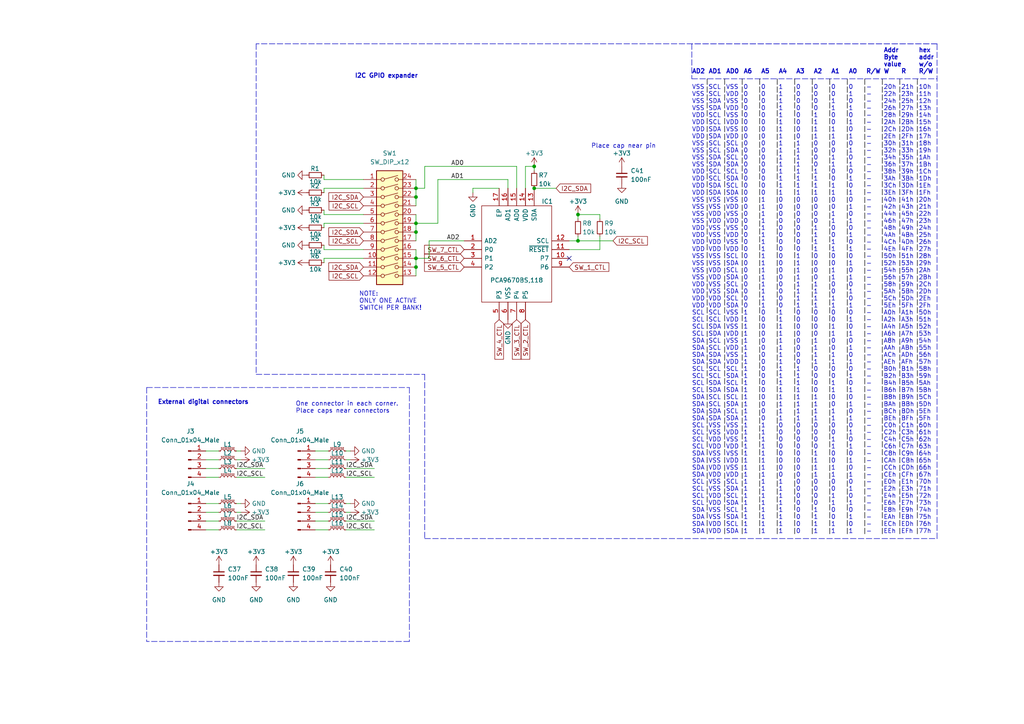
<source format=kicad_sch>
(kicad_sch (version 20211123) (generator eeschema)
  (paper "A4")
  (lib_symbols
    (symbol "Connector:Conn_01x04_Male" (pin_names (offset 1.016) hide)
      (property "Reference" "J" (at 0 5.08 0))
      (property "Value" "Conn_01x04_Male" (at 0 -7.62 0))
      (symbol "Conn_01x04_Male_1_1"
        (polyline (pts (xy 1.27 -5.08) (xy 0.8636 -5.08)) (stroke (width 0.1524)))
        (polyline (pts (xy 1.27 -2.54) (xy 0.8636 -2.54)) (stroke (width 0.1524)))
        (polyline (pts (xy 1.27 0) (xy 0.8636 0)) (stroke (width 0.1524)))
        (polyline (pts (xy 1.27 2.54) (xy 0.8636 2.54)) (stroke (width 0.1524)))
        (rectangle (start 0.8636 -4.953) (end 0 -5.207) (stroke (width 0.1524)) (fill (type outline)))
        (rectangle (start 0.8636 -2.413) (end 0 -2.667) (stroke (width 0.1524)) (fill (type outline)))
        (rectangle (start 0.8636 0.127) (end 0 -0.127) (stroke (width 0.1524)) (fill (type outline)))
        (rectangle (start 0.8636 2.667) (end 0 2.413) (stroke (width 0.1524)) (fill (type outline)))
        (pin passive line (at 5.08 2.54 180) (length 3.81) (name "Pin_1") (number "1"))
        (pin passive line (at 5.08 0 180) (length 3.81) (name "Pin_2") (number "2"))
        (pin passive line (at 5.08 -2.54 180) (length 3.81) (name "Pin_3") (number "3"))
        (pin passive line (at 5.08 -5.08 180) (length 3.81) (name "Pin_4") (number "4"))
      )
    )
    (symbol "Device:C_Small" (pin_numbers hide) (pin_names (offset 0.254) hide)
      (property "Reference" "C" (at 0.254 1.778 0))
      (property "Value" "C_Small" (at 0.254 -2.032 0))
      (symbol "C_Small_0_1"
        (polyline (pts (xy -1.524 -0.508) (xy 1.524 -0.508)) (stroke (width 0.3302)))
        (polyline (pts (xy -1.524 0.508) (xy 1.524 0.508)) (stroke (width 0.3048)))
      )
      (symbol "C_Small_1_1"
        (pin passive line (at 0 2.54 270) (length 2.032) (name "~") (number "1"))
        (pin passive line (at 0 -2.54 90) (length 2.032) (name "~") (number "2"))
      )
    )
    (symbol "Device:L_Ferrite_Small" (pin_numbers hide) (pin_names (offset 0.254) hide)
      (property "Reference" "L" (at 1.27 1.016 0))
      (property "Value" "L_Ferrite_Small" (at 1.27 -1.27 0))
      (symbol "L_Ferrite_Small_0_1"
        (arc (start 0 -2.032) (mid 0.508 -1.524) (end 0 -1.016))
        (arc (start 0 -1.016) (mid 0.508 -0.508) (end 0 0))
        (polyline (pts (xy 0.762 -1.905) (xy 0.762 -1.651)))
        (polyline (pts (xy 0.762 -1.397) (xy 0.762 -1.143)))
        (polyline (pts (xy 0.762 -0.889) (xy 0.762 -0.635)))
        (polyline (pts (xy 0.762 -0.381) (xy 0.762 -0.127)))
        (polyline (pts (xy 0.762 0.127) (xy 0.762 0.381)))
        (polyline (pts (xy 0.762 0.635) (xy 0.762 0.889)))
        (polyline (pts (xy 0.762 1.143) (xy 0.762 1.397)))
        (polyline (pts (xy 0.762 1.651) (xy 0.762 1.905)))
        (polyline (pts (xy 1.016 -1.651) (xy 1.016 -1.905)))
        (polyline (pts (xy 1.016 -1.143) (xy 1.016 -1.397)))
        (polyline (pts (xy 1.016 -0.635) (xy 1.016 -0.889)))
        (polyline (pts (xy 1.016 -0.127) (xy 1.016 -0.381)))
        (polyline (pts (xy 1.016 0.381) (xy 1.016 0.127)))
        (polyline (pts (xy 1.016 0.889) (xy 1.016 0.635)))
        (polyline (pts (xy 1.016 1.397) (xy 1.016 1.143)))
        (polyline (pts (xy 1.016 1.905) (xy 1.016 1.651)))
        (arc (start 0 0) (mid 0.508 0.508) (end 0 1.016))
        (arc (start 0 1.016) (mid 0.508 1.524) (end 0 2.032))
      )
      (symbol "L_Ferrite_Small_1_1"
        (pin passive line (at 0 2.54 270) (length 0.508) (name "~") (number "1"))
        (pin passive line (at 0 -2.54 90) (length 0.508) (name "~") (number "2"))
      )
    )
    (symbol "Device:R_Small" (pin_numbers hide) (pin_names (offset 0.254) hide)
      (property "Reference" "R" (at 0.762 0.508 0))
      (property "Value" "R_Small" (at 0.762 -1.016 0))
      (symbol "R_Small_0_1"
        (rectangle (start -0.762 1.778) (end 0.762 -1.778) (stroke (width 0.2032)))
      )
      (symbol "R_Small_1_1"
        (pin passive line (at 0 2.54 270) (length 0.762) (name "~") (number "1"))
        (pin passive line (at 0 -2.54 90) (length 0.762) (name "~") (number "2"))
      )
    )
    (symbol "SamacSys_Parts:PCA9670BS,118" (pin_names (offset 0.762))
      (property "Reference" "IC" (at 26.67 15.24 0))
      (property "Value" "PCA9670BS,118" (at 26.67 12.7 0))
      (symbol "PCA9670BS,118_0_0"
        (pin passive line (at 0 0 0) (length 5.08) (name "AD2") (number "1"))
        (pin passive line (at 30.48 -5.08 180) (length 5.08) (name "P7") (number "10"))
        (pin passive line (at 30.48 -2.54 180) (length 5.08) (name "~{RESET}") (number "11"))
        (pin passive line (at 30.48 0 180) (length 5.08) (name "SCL") (number "12"))
        (pin passive line (at 20.32 15.24 270) (length 5.08) (name "SDA") (number "13"))
        (pin passive line (at 17.78 15.24 270) (length 5.08) (name "VDD") (number "14"))
        (pin passive line (at 15.24 15.24 270) (length 5.08) (name "AD0") (number "15"))
        (pin passive line (at 12.7 15.24 270) (length 5.08) (name "AD1") (number "16"))
        (pin passive line (at 10.16 15.24 270) (length 5.08) (name "EP") (number "17"))
        (pin passive line (at 0 -2.54 0) (length 5.08) (name "P0") (number "2"))
        (pin passive line (at 0 -5.08 0) (length 5.08) (name "P1") (number "3"))
        (pin passive line (at 0 -7.62 0) (length 5.08) (name "P2") (number "4"))
        (pin passive line (at 10.16 -22.86 90) (length 5.08) (name "P3") (number "5"))
        (pin passive line (at 12.7 -22.86 90) (length 5.08) (name "VSS") (number "6"))
        (pin passive line (at 15.24 -22.86 90) (length 5.08) (name "P4") (number "7"))
        (pin passive line (at 17.78 -22.86 90) (length 5.08) (name "P5") (number "8"))
        (pin passive line (at 30.48 -7.62 180) (length 5.08) (name "P6") (number "9"))
      )
      (symbol "PCA9670BS,118_0_1"
        (polyline (pts (xy 5.08 10.16) (xy 25.4 10.16) (xy 25.4 -17.78) (xy 5.08 -17.78) (xy 5.08 10.16)) (stroke (width 0.1524)))
      )
    )
    (symbol "Switch:SW_DIP_x12" (pin_names (offset 0) hide)
      (property "Reference" "SW" (at 0 19.05 0))
      (property "Value" "SW_DIP_x12" (at 0 -16.51 0))
      (symbol "SW_DIP_x12_0_0"
        (circle (center -2.032 -12.7) (radius 0.508))
        (circle (center -2.032 -10.16) (radius 0.508))
        (circle (center -2.032 -7.62) (radius 0.508))
        (circle (center -2.032 -5.08) (radius 0.508))
        (circle (center -2.032 -2.54) (radius 0.508))
        (circle (center -2.032 0) (radius 0.508))
        (circle (center -2.032 2.54) (radius 0.508))
        (circle (center -2.032 5.08) (radius 0.508))
        (circle (center -2.032 7.62) (radius 0.508))
        (circle (center -2.032 10.16) (radius 0.508))
        (circle (center -2.032 12.7) (radius 0.508))
        (circle (center -2.032 15.24) (radius 0.508))
        (polyline (pts (xy -1.524 -12.5476) (xy 2.3622 -11.5062)))
        (polyline (pts (xy -1.524 -10.0076) (xy 2.3622 -8.9662)))
        (polyline (pts (xy -1.524 -7.4676) (xy 2.3622 -6.4262)))
        (polyline (pts (xy -1.524 -4.9276) (xy 2.3622 -3.8862)))
        (polyline (pts (xy -1.524 -2.3876) (xy 2.3622 -1.3462)))
        (polyline (pts (xy -1.524 0.127) (xy 2.3622 1.1684)))
        (polyline (pts (xy -1.524 2.667) (xy 2.3622 3.7084)))
        (polyline (pts (xy -1.524 5.207) (xy 2.3622 6.2484)))
        (polyline (pts (xy -1.524 7.747) (xy 2.3622 8.7884)))
        (polyline (pts (xy -1.524 10.287) (xy 2.3622 11.3284)))
        (polyline (pts (xy -1.524 12.827) (xy 2.3622 13.8684)))
        (polyline (pts (xy -1.524 15.367) (xy 2.3622 16.4084)))
        (circle (center 2.032 -12.7) (radius 0.508))
        (circle (center 2.032 -10.16) (radius 0.508))
        (circle (center 2.032 -7.62) (radius 0.508))
        (circle (center 2.032 -5.08) (radius 0.508))
        (circle (center 2.032 -2.54) (radius 0.508))
        (circle (center 2.032 0) (radius 0.508))
        (circle (center 2.032 2.54) (radius 0.508))
        (circle (center 2.032 5.08) (radius 0.508))
        (circle (center 2.032 7.62) (radius 0.508))
        (circle (center 2.032 10.16) (radius 0.508))
        (circle (center 2.032 12.7) (radius 0.508))
        (circle (center 2.032 15.24) (radius 0.508))
      )
      (symbol "SW_DIP_x12_0_1"
        (rectangle (start -3.81 17.78) (end 3.81 -15.24) (stroke (width 0.254)) (fill (type background)))
      )
      (symbol "SW_DIP_x12_1_1"
        (pin passive line (at -7.62 15.24 0) (length 5.08) (name "~") (number "1"))
        (pin passive line (at -7.62 -7.62 0) (length 5.08) (name "~") (number "10"))
        (pin passive line (at -7.62 -10.16 0) (length 5.08) (name "~") (number "11"))
        (pin passive line (at -7.62 -12.7 0) (length 5.08) (name "~") (number "12"))
        (pin passive line (at 7.62 -12.7 180) (length 5.08) (name "~") (number "13"))
        (pin passive line (at 7.62 -10.16 180) (length 5.08) (name "~") (number "14"))
        (pin passive line (at 7.62 -7.62 180) (length 5.08) (name "~") (number "15"))
        (pin passive line (at 7.62 -5.08 180) (length 5.08) (name "~") (number "16"))
        (pin passive line (at 7.62 -2.54 180) (length 5.08) (name "~") (number "17"))
        (pin passive line (at 7.62 0 180) (length 5.08) (name "~") (number "18"))
        (pin passive line (at 7.62 2.54 180) (length 5.08) (name "~") (number "19"))
        (pin passive line (at -7.62 12.7 0) (length 5.08) (name "~") (number "2"))
        (pin passive line (at 7.62 5.08 180) (length 5.08) (name "~") (number "20"))
        (pin passive line (at 7.62 7.62 180) (length 5.08) (name "~") (number "21"))
        (pin passive line (at 7.62 10.16 180) (length 5.08) (name "~") (number "22"))
        (pin passive line (at 7.62 12.7 180) (length 5.08) (name "~") (number "23"))
        (pin passive line (at 7.62 15.24 180) (length 5.08) (name "~") (number "24"))
        (pin passive line (at -7.62 10.16 0) (length 5.08) (name "~") (number "3"))
        (pin passive line (at -7.62 7.62 0) (length 5.08) (name "~") (number "4"))
        (pin passive line (at -7.62 5.08 0) (length 5.08) (name "~") (number "5"))
        (pin passive line (at -7.62 2.54 0) (length 5.08) (name "~") (number "6"))
        (pin passive line (at -7.62 0 0) (length 5.08) (name "~") (number "7"))
        (pin passive line (at -7.62 -2.54 0) (length 5.08) (name "~") (number "8"))
        (pin passive line (at -7.62 -5.08 0) (length 5.08) (name "~") (number "9"))
      )
    )
    (symbol "power:+3V3" (power) (pin_names (offset 0))
      (property "Value" "+3V3" (at 0 3.556 0))
      (symbol "+3V3_0_1"
        (polyline (pts (xy -0.762 1.27) (xy 0 2.54)))
        (polyline (pts (xy 0 0) (xy 0 2.54)))
        (polyline (pts (xy 0 2.54) (xy 0.762 1.27)))
      )
      (symbol "+3V3_1_1"
        (pin power_in line (at 0 0 90) (length 0) hide (name "+3V3") (number "1"))
      )
    )
    (symbol "power:GND" (power) (pin_names (offset 0))
      (property "Value" "GND" (at 0 -3.81 0))
      (symbol "GND_0_1"
        (polyline (pts (xy 0 0) (xy 0 -1.27) (xy 1.27 -1.27) (xy 0 -2.54) (xy -1.27 -1.27) (xy 0 -1.27)))
      )
      (symbol "GND_1_1"
        (pin power_in line (at 0 0 270) (length 0) hide (name "GND") (number "1"))
      )
    )
  )
  (junction (at 167.64 69.85))
  (junction (at 120.65 77.47))
  (junction (at 120.65 64.77))
  (junction (at 167.64 62.23))
  (junction (at 120.65 57.15))
  (junction (at 120.65 74.93))
  (junction (at 120.65 67.31))
  (junction (at 154.94 48.26))
  (junction (at 154.94 54.61))
  (junction (at 120.65 54.61))
  (no_connect (at 165.1 74.93))
  (wire (pts (xy 124.46 74.93) (xy 120.65 74.93)))
  (wire (pts (xy 167.64 69.85) (xy 167.64 68.58)))
  (wire (pts (xy 93.98 64.77) (xy 93.98 66.04)))
  (wire (pts (xy 134.62 69.85) (xy 124.46 69.85)))
  (polyline (pts (xy 74.295 108.585) (xy 123.19 108.585)))
  (polyline (pts (xy 255.905 22.86) (xy 255.905 154.94)) (stroke (width 0) (color 0 0 0 1)))
  (wire (pts (xy 101.6 146.05) (xy 100.33 146.05)))
  (wire (pts (xy 120.65 74.93) (xy 120.65 77.47)))
  (polyline (pts (xy 266.065 22.86) (xy 266.065 154.94)) (stroke (width 0) (color 0 0 0 1)))
  (polyline (pts (xy 271.78 156.21) (xy 271.78 12.7)))
  (wire (pts (xy 120.65 64.77) (xy 120.65 67.31)))
  (polyline (pts (xy 42.545 112.395) (xy 118.745 112.395)))
  (wire (pts (xy 167.64 62.23) (xy 167.64 63.5)))
  (wire (pts (xy 147.32 54.61) (xy 147.32 52.07)))
  (wire (pts (xy 101.6 148.59) (xy 100.33 148.59)))
  (wire (pts (xy 137.16 54.61) (xy 144.78 54.61)))
  (wire (pts (xy 93.98 52.07) (xy 105.41 52.07)))
  (wire (pts (xy 154.94 54.61) (xy 161.29 54.61)))
  (wire (pts (xy 69.85 146.05) (xy 68.58 146.05)))
  (polyline (pts (xy 200.66 22.86) (xy 271.78 22.86)))
  (polyline (pts (xy 235.585 22.86) (xy 235.585 154.94)) (stroke (width 0) (color 0 0 0 1)))
  (wire (pts (xy 93.98 74.93) (xy 93.98 76.2)))
  (polyline (pts (xy 205.105 22.86) (xy 205.105 154.94)) (stroke (width 0) (color 0 0 0 1)))
  (polyline (pts (xy 118.745 186.055) (xy 42.545 186.055)))
  (wire (pts (xy 63.5 151.13) (xy 59.69 151.13)))
  (polyline (pts (xy 271.78 12.7) (xy 200.66 12.7)))
  (polyline (pts (xy 250.825 22.86) (xy 250.825 154.94)) (stroke (width 0) (color 0 0 0 1)))
  (wire (pts (xy 93.98 60.96) (xy 93.98 62.23)))
  (wire (pts (xy 95.25 133.35) (xy 91.44 133.35)))
  (wire (pts (xy 68.58 151.13) (xy 76.835 151.13)))
  (wire (pts (xy 137.16 55.88) (xy 137.16 54.61)))
  (wire (pts (xy 120.65 54.61) (xy 120.65 57.15)))
  (wire (pts (xy 68.58 138.43) (xy 76.835 138.43)))
  (wire (pts (xy 63.5 135.89) (xy 59.69 135.89)))
  (wire (pts (xy 120.65 77.47) (xy 120.65 80.01)))
  (polyline (pts (xy 74.295 12.7) (xy 74.295 108.585)))
  (wire (pts (xy 165.1 69.85) (xy 167.64 69.85)))
  (polyline (pts (xy 271.78 12.7) (xy 74.295 12.7)))
  (wire (pts (xy 69.85 130.81) (xy 68.58 130.81)))
  (wire (pts (xy 63.5 146.05) (xy 59.69 146.05)))
  (wire (pts (xy 124.46 69.85) (xy 124.46 74.93)))
  (wire (pts (xy 120.65 67.31) (xy 120.65 69.85)))
  (wire (pts (xy 127 64.77) (xy 120.65 64.77)))
  (wire (pts (xy 95.25 148.59) (xy 91.44 148.59)))
  (wire (pts (xy 167.64 62.23) (xy 173.99 62.23)))
  (wire (pts (xy 95.25 138.43) (xy 91.44 138.43)))
  (polyline (pts (xy 225.425 22.86) (xy 225.425 154.94)) (stroke (width 0) (color 0 0 0 1)))
  (wire (pts (xy 63.5 133.35) (xy 59.69 133.35)))
  (polyline (pts (xy 245.745 22.86) (xy 245.745 154.94)) (stroke (width 0) (color 0 0 0 1)))
  (polyline (pts (xy 200.66 12.7) (xy 200.66 22.86)))
  (wire (pts (xy 173.99 72.39) (xy 173.99 68.58)))
  (wire (pts (xy 154.94 48.26) (xy 154.94 49.53)))
  (wire (pts (xy 93.98 50.8) (xy 93.98 52.07)))
  (wire (pts (xy 69.85 133.35) (xy 68.58 133.35)))
  (polyline (pts (xy 240.665 22.86) (xy 240.665 154.94)) (stroke (width 0) (color 0 0 0 1)))
  (wire (pts (xy 95.25 135.89) (xy 91.44 135.89)))
  (wire (pts (xy 173.99 62.23) (xy 173.99 63.5)))
  (wire (pts (xy 101.6 133.35) (xy 100.33 133.35)))
  (wire (pts (xy 120.65 52.07) (xy 120.65 54.61)))
  (wire (pts (xy 93.98 71.12) (xy 93.98 72.39)))
  (wire (pts (xy 63.5 138.43) (xy 59.69 138.43)))
  (wire (pts (xy 165.1 72.39) (xy 173.99 72.39)))
  (wire (pts (xy 95.25 151.13) (xy 91.44 151.13)))
  (polyline (pts (xy 210.185 22.86) (xy 210.185 154.94)) (stroke (width 0) (color 0 0 0 1)))
  (polyline (pts (xy 220.345 22.86) (xy 220.345 154.94)) (stroke (width 0) (color 0 0 0 1)))
  (wire (pts (xy 120.65 57.15) (xy 120.65 59.69)))
  (polyline (pts (xy 215.265 22.86) (xy 215.265 154.94)) (stroke (width 0) (color 0 0 0 1)))
  (wire (pts (xy 154.94 48.26) (xy 152.4 48.26)))
  (wire (pts (xy 100.33 135.89) (xy 108.585 135.89)))
  (wire (pts (xy 123.19 54.61) (xy 120.65 54.61)))
  (wire (pts (xy 147.32 52.07) (xy 127 52.07)))
  (wire (pts (xy 63.5 153.67) (xy 59.69 153.67)))
  (wire (pts (xy 120.65 72.39) (xy 120.65 74.93)))
  (wire (pts (xy 149.86 54.61) (xy 149.86 48.26)))
  (polyline (pts (xy 230.505 22.86) (xy 230.505 154.94)) (stroke (width 0) (color 0 0 0 1)))
  (wire (pts (xy 68.58 153.67) (xy 76.835 153.67)))
  (polyline (pts (xy 118.745 112.395) (xy 118.745 186.055)))
  (polyline (pts (xy 123.19 108.585) (xy 123.19 156.21)))
  (polyline (pts (xy 42.545 112.395) (xy 42.545 186.055)))
  (wire (pts (xy 100.33 151.13) (xy 108.585 151.13)))
  (polyline (pts (xy 260.985 22.86) (xy 260.985 154.94)) (stroke (width 0) (color 0 0 0 1)))
  (wire (pts (xy 123.19 48.26) (xy 123.19 54.61)))
  (wire (pts (xy 93.98 54.61) (xy 93.98 55.88)))
  (wire (pts (xy 105.41 54.61) (xy 93.98 54.61)))
  (wire (pts (xy 149.86 48.26) (xy 123.19 48.26)))
  (wire (pts (xy 100.33 153.67) (xy 108.585 153.67)))
  (wire (pts (xy 68.58 135.89) (xy 76.835 135.89)))
  (wire (pts (xy 69.85 148.59) (xy 68.58 148.59)))
  (wire (pts (xy 95.25 153.67) (xy 91.44 153.67)))
  (wire (pts (xy 167.64 69.85) (xy 177.8 69.85)))
  (wire (pts (xy 93.98 62.23) (xy 105.41 62.23)))
  (wire (pts (xy 63.5 130.81) (xy 59.69 130.81)))
  (wire (pts (xy 101.6 130.81) (xy 100.33 130.81)))
  (wire (pts (xy 93.98 72.39) (xy 105.41 72.39)))
  (wire (pts (xy 105.41 74.93) (xy 93.98 74.93)))
  (wire (pts (xy 95.25 146.05) (xy 91.44 146.05)))
  (wire (pts (xy 100.33 138.43) (xy 108.585 138.43)))
  (wire (pts (xy 152.4 48.26) (xy 152.4 54.61)))
  (wire (pts (xy 63.5 148.59) (xy 59.69 148.59)))
  (wire (pts (xy 127 52.07) (xy 127 64.77)))
  (wire (pts (xy 120.65 62.23) (xy 120.65 64.77)))
  (wire (pts (xy 105.41 64.77) (xy 93.98 64.77)))
  (polyline (pts (xy 123.19 156.21) (xy 271.78 156.21)))
  (wire (pts (xy 95.25 130.81) (xy 91.44 130.81)))
  (text "NOTE:\nONLY ONE ACTIVE \nSWITCH PER BANK!" (at 104.14 90.17 0) (effects (font (size 1.27 1.27)) (justify left bottom)))
  (text "I2C GPIO expander" (at 102.87 22.86 0) (effects (font (size 1.27 1.27) (thickness 0.254) bold) (justify left bottom)))
  (text "One connector in each corner. \nPlace caps near connectors" (at 85.725 120.015 0) (effects (font (size 1.27 1.27)) (justify left bottom)))
  (text "											Addr	hex\n											Byte 	addr\n											value	w/o\nAD2	AD1	AD0	A6	A5	A4	A3	A2	A1	A0	R/W	W	R	R/W" (at 200.66 21.59 0) (effects (font (size 1.27 1.27) (thickness 0.254) bold) (justify left bottom)))
  (text "VSS	SCL	VSS	0	0	1	0	0	0	0	-	20h	21h	10h\nVSS	SCL	VDD	0	0	1	0	0	0	1	-	22h	23h	11h\nVSS	SDA	VSS	0	0	1	0	0	1	0	-	24h	25h	12h\nVSS	SDA	VDD	0	0	1	0	0	1	1	-	26h	27h	13h\nVDD	SCL	VSS	0	0	1	0	1	0	0	-	28h	29h	14h\nVDD	SCL	VDD	0	0	1	0	1	0	1	-	2Ah	2Bh	15h\nVDD	SDA	VSS	0	0	1	0	1	1	0	-	2Ch	2Dh	16h\nVDD	SDA	VDD	0	0	1	0	1	1	1	-	2Eh	2Fh	17h\nVSS	SCL	SCL	0	0	1	1	0	0	0	-	30h	31h	18h\nVSS	SCL	SDA	0	0	1	1	0	0	1	-	32h	33h	19h\nVSS	SDA	SCL	0	0	1	1	0	1	0	-	34h	35h	1Ah\nVSS	SDA	SDA	0	0	1	1	0	1	1	-	36h	37h	1Bh\nVDD	SCL	SCL	0	0	1	1	1	0	0	-	38h	39h	1Ch\nVDD	SCL	SDA	0	0	1	1	1	0	1	-	3Ah	3Bh	1Dh\nVDD	SDA	SCL	0	0	1	1	1	1	0	-	3Ch	3Dh	1Eh\nVDD	SDA	SDA	0	0	1	1	1	1	1	-	3Eh	3Fh	1Fh\nVSS	VSS	VSS	0	1	0	0	0	0	0	-	40h	41h	20h\nVSS	VSS	VDD	0	1	0	0	0	0	1	-	42h	43h	21h\nVSS	VDD	VSS	0	1	0	0	0	1	0	-	44h	45h	22h\nVSS	VDD	VDD	0	1	0	0	0	1	1	-	46h	47h	23h\nVDD	VSS	VSS	0	1	0	0	1	0	0	-	48h	49h	24h\nVDD	VSS	VDD	0	1	0	0	1	0	1	-	4Ah	4Bh	25h\nVDD	VDD	VSS	0	1	0	0	1	1	0	-	4Ch	4Dh	26h\nVDD	VDD	VDD	0	1	0	0	1	1	1	-	4Eh	4Fh	27h\nVSS	VSS	SCL	0	1	0	1	0	0	0	-	50h	51h	28h\nVSS	VSS	SDA	0	1	0	1	0	0	1	-	52h	53h	29h\nVSS	VDD	SCL	0	1	0	1	0	1	0	-	54h	55h	2Ah\nVSS	VDD	SDA	0	1	0	1	0	1	1	-	56h	57h	2Bh\nVDD	VSS	SCL	0	1	0	1	1	0	0	-	58h	59h	2Ch\nVDD	VSS	SDA	0	1	0	1	1	0	1	-	5Ah	5Bh	2Dh\nVDD	VDD	SCL	0	1	0	1	1	1	0	-	5Ch	5Dh	2Eh\nVDD	VDD	SDA	0	1	0	1	1	1	1	-	5Eh	5Fh	2Fh\nSCL	SCL	VSS	1	0	1	0	0	0	0	-	A0h	A1h	50h\nSCL	SCL	VDD	1	0	1	0	0	0	1	-	A2h	A3h	51h\nSCL	SDA	VSS	1	0	1	0	0	1	0	-	A4h	A5h	52h\nSCL	SDA	VDD	1	0	1	0	0	1	1	-	A6h	A7h	53h\nSDA	SCL	VSS	1	0	1	0	1	0	0	-	A8h	A9h	54h\nSDA	SCL	VDD	1	0	1	0	1	0	1	-	AAh	ABh	55h\nSDA	SDA	VSS	1	0	1	0	1	1	0	-	ACh	ADh	56h\nSDA	SDA	VDD	1	0	1	0	1	1	1	-	AEh	AFh	57h\nSCL	SCL	SCL	1	0	1	1	0	0	0	-	B0h	B1h	58h\nSCL	SCL	SDA	1	0	1	1	0	0	1	-	B2h	B3h	59h\nSCL	SDA	SCL	1	0	1	1	0	1	0	-	B4h	B5h	5Ah\nSCL	SDA	SDA	1	0	1	1	0	1	1	-	B6h	B7h	5Bh\nSDA	SCL	SCL	1	0	1	1	1	0	0	-	B8h	B9h	5Ch\nSDA	SCL	SDA	1	0	1	1	1	0	1	-	BAh	BBh	5Dh\nSDA	SDA	SCL	1	0	1	1	1	1	0	-	BCh	BDh	5Eh\nSDA	SDA	SDA	1	0	1	1	1	1	1	-	BEh	BFh	5Fh\nSCL	VSS	VSS	1	1	0	0	0	0	0	-	C0h	C1h	60h\nSCL	VSS	VDD	1	1	0	0	0	0	1	-	C2h	C3h	61h\nSCL	VDD	VSS	1	1	0	0	0	1	0	-	C4h	C5h	62h\nSCL	VDD	VDD	1	1	0	0	0	1	1	-	C6h	C7h	63h\nSDA	VSS	VSS	1	1	0	0	1	0	0	-	C8h	C9h	64h\nSDA	VSS	VDD	1	1	0	0	1	0	1	-	CAh	CBh	65h\nSDA	VDD	VSS	1	1	0	0	1	1	0	-	CCh	CDh	66h\nSDA	VDD	VDD	1	1	0	0	1	1	1	-	CEh	CFh	67h\nSCL	VSS	SCL	1	1	1	0	0	0	0	-	E0h	E1h	70h\nSCL	VSS	SDA	1	1	1	0	0	0	1	-	E2h	E3h	71h\nSCL	VDD	SCL	1	1	1	0	0	1	0	-	E4h	E5h	72h\nSCL	VDD	SDA	1	1	1	0	0	1	1	-	E6h	E7h	73h\nSDA	VSS	SCL	1	1	1	0	1	0	0	-	E8h	E9h	74h\nSDA	VSS	SDA	1	1	1	0	1	0	1	-	EAh	EBh	75h\nSDA	VDD	SCL	1	1	1	0	1	1	0	-	ECh	EDh	76h\nSDA	VDD	SDA	1	1	1	0	1	1	1	-	EEh	EFh	77h" (at 200.66 154.94 0) (effects (font (size 1.27 1.27)) (justify left bottom)))
  (text "Place cap near pin" (at 171.45 43.18 0) (effects (font (size 1.27 1.27)) (justify left bottom)))
  (text "External digital connectors" (at 45.72 117.475 0) (effects (font (size 1.27 1.27) bold) (justify left bottom)))
  (label "AD1" (at 130.81 52.07 0))
  (label "I2C_SDA" (at 68.58 135.89 0))
  (label "I2C_SCL" (at 68.58 153.67 0))
  (label "I2C_SCL" (at 68.58 138.43 0))
  (label "I2C_SDA" (at 100.33 135.89 0))
  (label "I2C_SCL" (at 100.33 153.67 0))
  (label "AD0" (at 130.81 48.26 0))
  (label "AD2" (at 129.54 69.85 0))
  (label "I2C_SDA" (at 100.33 151.13 0))
  (label "I2C_SDA" (at 68.58 151.13 0))
  (label "I2C_SCL" (at 100.33 138.43 0))
  (global_label "I2C_SDA" (shape input) (at 105.41 77.47 180) (property "Intersheet References" "${INTERSHEET_REFS}" (effects hide)))
  (global_label "I2C_SCL" (shape input) (at 105.41 59.69 180) (property "Intersheet References" "${INTERSHEET_REFS}" (effects hide)))
  (global_label "SW_4_CTL" (shape input) (at 144.78 92.71 270) (property "Intersheet References" "${INTERSHEET_REFS}" (effects hide)))
  (global_label "SW_1_CTL" (shape input) (at 165.1 77.47 0) (property "Intersheet References" "${INTERSHEET_REFS}" (effects hide)))
  (global_label "SW_6_CTL" (shape input) (at 134.62 74.93 180) (property "Intersheet References" "${INTERSHEET_REFS}" (effects hide)))
  (global_label "I2C_SCL" (shape input) (at 105.41 69.85 180) (property "Intersheet References" "${INTERSHEET_REFS}" (effects hide)))
  (global_label "SW_7_CTL" (shape input) (at 134.62 72.39 180) (property "Intersheet References" "${INTERSHEET_REFS}" (effects hide)))
  (global_label "I2C_SCL" (shape input) (at 105.41 80.01 180) (property "Intersheet References" "${INTERSHEET_REFS}" (effects hide)))
  (global_label "I2C_SDA" (shape input) (at 105.41 57.15 180) (property "Intersheet References" "${INTERSHEET_REFS}" (effects hide)))
  (global_label "I2C_SCL" (shape input) (at 177.8 69.85 0) (property "Intersheet References" "${INTERSHEET_REFS}" (effects hide)))
  (global_label "I2C_SDA" (shape input) (at 105.41 67.31 180) (property "Intersheet References" "${INTERSHEET_REFS}" (effects hide)))
  (global_label "SW_2_CTL" (shape input) (at 152.4 92.71 270) (property "Intersheet References" "${INTERSHEET_REFS}" (effects hide)))
  (global_label "I2C_SDA" (shape input) (at 161.29 54.61 0) (property "Intersheet References" "${INTERSHEET_REFS}" (effects hide)))
  (global_label "SW_3_CTL" (shape input) (at 149.86 92.71 270) (property "Intersheet References" "${INTERSHEET_REFS}" (effects hide)))
  (global_label "SW_5_CTL" (shape input) (at 134.62 77.47 180) (property "Intersheet References" "${INTERSHEET_REFS}" (effects hide)))
  (symbol (lib_id "Device:L_Ferrite_Small") (at 97.79 148.59 90) (unit 1)
    (property "Reference" "L14" (at 97.79 146.685 90))
    (property "Value" "36541E3N9JTDG" (effects hide))
    (property "Footprint" "Inductor_SMD:L_0402_1005Metric" (effects hide))
  )
  (symbol (lib_id "Connector:Conn_01x04_Male") (at 54.61 133.35 0) (unit 1)
    (property "Reference" "J3" (at 55.245 125.095 0))
    (property "Value" "Conn_01x04_Male" (at 55.245 127.635 0))
    (property "Footprint" "Connector_PinHeader_2.54mm:PinHeader_1x04_P2.54mm_Vertical" (effects hide))
  )
  (symbol (lib_id "power:GND") (at 180.34 53.34 0) (unit 1)
    (property "Reference" "#PWR0165" (effects hide))
    (property "Value" "GND" (at 180.34 58.42 0))
  )
  (symbol (lib_id "Device:L_Ferrite_Small") (at 66.04 138.43 90) (unit 1)
    (property "Reference" "L4" (at 66.04 136.525 90))
    (property "Value" "36541E3N9JTDG" (effects hide))
    (property "Footprint" "Inductor_SMD:L_0402_1005Metric" (effects hide))
  )
  (symbol (lib_id "SamacSys_Parts:PCA9670BS,118") (at 134.62 69.85 0) (unit 1)
    (property "Reference" "IC1" (at 158.75 58.42 0))
    (property "Value" "PCA9670BS,118" (at 149.86 81.28 0))
    (property "Footprint" "QFN50P300X300X100-17N-D" (effects hide))
    (property "Datasheet" "http://www.nxp.com/docs/en/data-sheet/PCA9670.pdf" (effects hide))
    (property "Description" "Interface - I/O Expanders REMOTE 8-BIT GPIO" (effects hide))
    (property "Height" "1" (effects hide))
    (property "Mouser Part Number" "771-PCA9670BS118" (effects hide))
    (property "Mouser Price/Stock" "https://www.mouser.co.uk/ProductDetail/NXP-Semiconductors/PCA9670BS118?qs=LOCUfHb8d9vyec%2F1PtVhAw%3D%3D" (effects hide))
    (property "Manufacturer_Name" "NXP" (effects hide))
    (property "Manufacturer_Part_Number" "PCA9670BS,118" (effects hide))
  )
  (symbol (lib_id "Connector:Conn_01x04_Male") (at 86.36 148.59 0) (unit 1)
    (property "Reference" "J6" (at 86.995 140.335 0))
    (property "Value" "Conn_01x04_Male" (at 86.995 142.875 0))
    (property "Footprint" "Connector_PinHeader_2.54mm:PinHeader_1x04_P2.54mm_Vertical" (effects hide))
  )
  (symbol (lib_id "power:GND") (at 69.85 146.05 90) (unit 1)
    (property "Reference" "#PWR0139" (effects hide))
    (property "Value" "GND" (at 73.025 146.05 90) (effects (justify right)))
  )
  (symbol (lib_id "Device:L_Ferrite_Small") (at 97.79 130.81 90) (unit 1)
    (property "Reference" "L9" (at 97.79 128.905 90))
    (property "Value" "36541E3N9JTDG" (effects hide))
    (property "Footprint" "Inductor_SMD:L_0402_1005Metric" (effects hide))
  )
  (symbol (lib_id "power:+3V3") (at 154.94 48.26 0) (unit 1)
    (property "Reference" "#PWR0142" (effects hide))
    (property "Value" "+3V3" (at 154.94 44.45 0))
  )
  (symbol (lib_id "power:GND") (at 147.32 92.71 0) (unit 1)
    (property "Reference" "#PWR0154" (effects hide))
    (property "Value" "GND" (at 147.32 95.885 90) (effects (justify right)))
  )
  (symbol (lib_id "power:+3V3") (at 95.885 163.83 0) (unit 1)
    (property "Reference" "#PWR0159" (effects hide))
    (property "Value" "+3V3" (at 95.885 160.02 0))
  )
  (symbol (lib_id "power:GND") (at 101.6 146.05 90) (unit 1)
    (property "Reference" "#PWR0150" (effects hide))
    (property "Value" "GND" (at 104.775 146.05 90) (effects (justify right)))
  )
  (symbol (lib_id "Switch:SW_DIP_x12") (at 113.03 67.31 0) (unit 1)
    (property "Reference" "SW1" (at 113.03 44.45 0))
    (property "Value" "SW_DIP_x12" (at 113.03 46.99 0))
    (property "Footprint" "218-12LPST_footprint:218-12LP_CTS" (effects hide))
  )
  (symbol (lib_id "Device:L_Ferrite_Small") (at 66.04 130.81 90) (unit 1)
    (property "Reference" "L1" (at 66.04 128.905 90))
    (property "Value" "36541E3N9JTDG" (effects hide))
    (property "Footprint" "Inductor_SMD:L_0402_1005Metric" (effects hide))
  )
  (symbol (lib_id "power:+3V3") (at 88.9 66.04 90) (unit 1)
    (property "Reference" "#PWR0144" (effects hide))
    (property "Value" "+3V3" (at 83.185 66.04 90))
  )
  (symbol (lib_id "power:+3V3") (at 85.09 163.83 0) (unit 1)
    (property "Reference" "#PWR0158" (effects hide))
    (property "Value" "+3V3" (at 85.09 160.02 0))
  )
  (symbol (lib_id "power:GND") (at 95.885 168.91 0) (unit 1)
    (property "Reference" "#PWR0160" (effects hide))
    (property "Value" "GND" (at 95.885 173.99 0))
  )
  (symbol (lib_id "Device:C_Small") (at 74.295 166.37 0) (unit 1)
    (property "Reference" "C38" (at 76.835 165.1062 0) (effects (justify left)))
    (property "Value" "100nF" (at 76.835 167.6462 0) (effects (justify left)))
    (property "Footprint" "Capacitor_SMD:C_0402_1005Metric" (effects hide))
  )
  (symbol (lib_id "Device:C_Small") (at 180.34 50.8 0) (unit 1)
    (property "Reference" "C41" (at 182.88 49.5362 0) (effects (justify left)))
    (property "Value" "100nF" (at 182.88 52.0762 0) (effects (justify left)))
    (property "Footprint" "Capacitor_SMD:C_0402_1005Metric" (effects hide))
  )
  (symbol (lib_id "Connector:Conn_01x04_Male") (at 54.61 148.59 0) (unit 1)
    (property "Reference" "J4" (at 55.245 140.335 0))
    (property "Value" "Conn_01x04_Male" (at 55.245 142.875 0))
    (property "Footprint" "Connector_PinHeader_2.54mm:PinHeader_1x04_P2.54mm_Vertical" (effects hide))
  )
  (symbol (lib_id "Device:R_Small") (at 91.44 76.2 90) (unit 1)
    (property "Reference" "R6" (at 92.71 74.295 90) (effects (justify left)))
    (property "Value" "10k" (at 93.345 78.105 90) (effects (justify left)))
    (property "Footprint" "Resistor_SMD:R_0402_1005Metric" (effects hide))
  )
  (symbol (lib_id "Device:L_Ferrite_Small") (at 66.04 153.67 90) (unit 1)
    (property "Reference" "L8" (at 66.04 151.765 90))
    (property "Value" "36541E3N9JTDG" (effects hide))
    (property "Footprint" "Inductor_SMD:L_0402_1005Metric" (effects hide))
  )
  (symbol (lib_id "power:GND") (at 101.6 130.81 90) (unit 1)
    (property "Reference" "#PWR0140" (effects hide))
    (property "Value" "GND" (at 104.775 130.81 90) (effects (justify right)))
  )
  (symbol (lib_id "power:+3V3") (at 74.295 163.83 0) (unit 1)
    (property "Reference" "#PWR0157" (effects hide))
    (property "Value" "+3V3" (at 74.295 160.02 0))
  )
  (symbol (lib_id "power:+3V3") (at 180.34 48.26 0) (unit 1)
    (property "Reference" "#PWR0155" (effects hide))
    (property "Value" "+3V3" (at 180.34 44.45 0))
  )
  (symbol (lib_id "power:GND") (at 137.16 55.88 0) (unit 1)
    (property "Reference" "#PWR0143" (effects hide))
    (property "Value" "GND" (at 137.16 59.055 90) (effects (justify right)))
  )
  (symbol (lib_id "power:GND") (at 85.09 168.91 0) (unit 1)
    (property "Reference" "#PWR0161" (effects hide))
    (property "Value" "GND" (at 85.09 173.99 0))
  )
  (symbol (lib_id "power:+3V3") (at 88.9 55.88 90) (unit 1)
    (property "Reference" "#PWR0148" (effects hide))
    (property "Value" "+3V3" (at 83.185 55.88 90))
  )
  (symbol (lib_id "power:GND") (at 88.9 50.8 270) (unit 1)
    (property "Reference" "#PWR0149" (effects hide))
    (property "Value" "GND" (at 85.725 50.8 90) (effects (justify right)))
  )
  (symbol (lib_id "Device:R_Small") (at 91.44 60.96 90) (unit 1)
    (property "Reference" "R3" (at 92.71 59.055 90) (effects (justify left)))
    (property "Value" "10k" (at 93.345 62.865 90) (effects (justify left)))
    (property "Footprint" "Resistor_SMD:R_0402_1005Metric" (effects hide))
  )
  (symbol (lib_id "Device:L_Ferrite_Small") (at 66.04 135.89 90) (unit 1)
    (property "Reference" "L3" (at 66.04 133.985 90))
    (property "Value" "36541E3N9JTDG" (effects hide))
    (property "Footprint" "Inductor_SMD:L_0402_1005Metric" (effects hide))
  )
  (symbol (lib_id "Device:L_Ferrite_Small") (at 97.79 138.43 90) (unit 1)
    (property "Reference" "L12" (at 97.79 136.525 90))
    (property "Value" "36541E3N9JTDG" (effects hide))
    (property "Footprint" "Inductor_SMD:L_0402_1005Metric" (effects hide))
  )
  (symbol (lib_id "power:GND") (at 88.9 60.96 270) (unit 1)
    (property "Reference" "#PWR0147" (effects hide))
    (property "Value" "GND" (at 85.725 60.96 90) (effects (justify right)))
  )
  (symbol (lib_id "Device:C_Small") (at 85.09 166.37 0) (unit 1)
    (property "Reference" "C39" (at 87.63 165.1062 0) (effects (justify left)))
    (property "Value" "100nF" (at 87.63 167.6462 0) (effects (justify left)))
    (property "Footprint" "Capacitor_SMD:C_0402_1005Metric" (effects hide))
  )
  (symbol (lib_id "Device:R_Small") (at 91.44 66.04 90) (unit 1)
    (property "Reference" "R4" (at 92.71 64.135 90) (effects (justify left)))
    (property "Value" "10k" (at 93.345 67.945 90) (effects (justify left)))
    (property "Footprint" "Resistor_SMD:R_0402_1005Metric" (effects hide))
  )
  (symbol (lib_id "Device:C_Small") (at 95.885 166.37 0) (unit 1)
    (property "Reference" "C40" (at 98.425 165.1062 0) (effects (justify left)))
    (property "Value" "100nF" (at 98.425 167.6462 0) (effects (justify left)))
    (property "Footprint" "Capacitor_SMD:C_0402_1005Metric" (effects hide))
  )
  (symbol (lib_id "Device:L_Ferrite_Small") (at 66.04 151.13 90) (unit 1)
    (property "Reference" "L7" (at 66.04 149.225 90))
    (property "Value" "36541E3N9JTDG" (effects hide))
    (property "Footprint" "Inductor_SMD:L_0402_1005Metric" (effects hide))
  )
  (symbol (lib_id "Device:L_Ferrite_Small") (at 97.79 146.05 90) (unit 1)
    (property "Reference" "L13" (at 97.79 144.145 90))
    (property "Value" "36541E3N9JTDG" (effects hide))
    (property "Footprint" "Inductor_SMD:L_0402_1005Metric" (effects hide))
  )
  (symbol (lib_id "power:GND") (at 88.9 71.12 270) (unit 1)
    (property "Reference" "#PWR0146" (effects hide))
    (property "Value" "GND" (at 85.725 71.12 90) (effects (justify right)))
  )
  (symbol (lib_id "power:+3V3") (at 69.85 133.35 270) (unit 1)
    (property "Reference" "#PWR0152" (effects hide))
    (property "Value" "+3V3" (at 75.565 133.35 90))
  )
  (symbol (lib_id "Device:R_Small") (at 173.99 66.04 0) (unit 1)
    (property "Reference" "R9" (at 175.26 64.77 0) (effects (justify left)))
    (property "Value" "10k" (at 175.26 67.31 0) (effects (justify left)))
    (property "Footprint" "Resistor_SMD:R_0402_1005Metric" (effects hide))
  )
  (symbol (lib_id "Device:L_Ferrite_Small") (at 66.04 148.59 90) (unit 1)
    (property "Reference" "L6" (at 66.04 146.685 90))
    (property "Value" "36541E3N9JTDG" (effects hide))
    (property "Footprint" "Inductor_SMD:L_0402_1005Metric" (effects hide))
  )
  (symbol (lib_id "Device:L_Ferrite_Small") (at 66.04 146.05 90) (unit 1)
    (property "Reference" "L5" (at 66.04 144.145 90))
    (property "Value" "36541E3N9JTDG" (effects hide))
    (property "Footprint" "Inductor_SMD:L_0402_1005Metric" (effects hide))
  )
  (symbol (lib_id "Device:C_Small") (at 63.5 166.37 0) (unit 1)
    (property "Reference" "C37" (at 66.04 165.1062 0) (effects (justify left)))
    (property "Value" "100nF" (at 66.04 167.6462 0) (effects (justify left)))
    (property "Footprint" "Capacitor_SMD:C_0402_1005Metric" (effects hide))
  )
  (symbol (lib_id "Device:R_Small") (at 154.94 52.07 0) (unit 1)
    (property "Reference" "R7" (at 156.21 50.8 0) (effects (justify left)))
    (property "Value" "10k" (at 156.21 53.34 0) (effects (justify left)))
    (property "Footprint" "Resistor_SMD:R_0402_1005Metric" (effects hide))
  )
  (symbol (lib_id "Device:R_Small") (at 167.64 66.04 0) (unit 1)
    (property "Reference" "R8" (at 168.91 64.77 0) (effects (justify left)))
    (property "Value" "10k" (at 168.91 67.31 0) (effects (justify left)))
    (property "Footprint" "Resistor_SMD:R_0402_1005Metric" (effects hide))
  )
  (symbol (lib_id "power:+3V3") (at 88.9 76.2 90) (unit 1)
    (property "Reference" "#PWR0145" (effects hide))
    (property "Value" "+3V3" (at 83.185 76.2 90))
  )
  (symbol (lib_id "Device:R_Small") (at 91.44 50.8 90) (unit 1)
    (property "Reference" "R1" (at 92.71 48.895 90) (effects (justify left)))
    (property "Value" "10k" (at 93.345 52.705 90) (effects (justify left)))
    (property "Footprint" "Resistor_SMD:R_0402_1005Metric" (effects hide))
  )
  (symbol (lib_id "Device:L_Ferrite_Small") (at 97.79 151.13 90) (unit 1)
    (property "Reference" "L15" (at 97.79 149.225 90))
    (property "Value" "36541E3N9JTDG" (effects hide))
    (property "Footprint" "Inductor_SMD:L_0402_1005Metric" (effects hide))
  )
  (symbol (lib_id "power:GND") (at 69.85 130.81 90) (unit 1)
    (property "Reference" "#PWR0153" (effects hide))
    (property "Value" "GND" (at 73.025 130.81 90) (effects (justify right)))
  )
  (symbol (lib_id "Device:R_Small") (at 91.44 55.88 90) (unit 1)
    (property "Reference" "R2" (at 92.71 53.975 90) (effects (justify left)))
    (property "Value" "10k" (at 93.345 57.785 90) (effects (justify left)))
    (property "Footprint" "Resistor_SMD:R_0402_1005Metric" (effects hide))
  )
  (symbol (lib_id "power:+3V3") (at 101.6 133.35 270) (unit 1)
    (property "Reference" "#PWR0151" (effects hide))
    (property "Value" "+3V3" (at 107.315 133.35 90))
  )
  (symbol (lib_id "power:+3V3") (at 101.6 148.59 270) (unit 1)
    (property "Reference" "#PWR0141" (effects hide))
    (property "Value" "+3V3" (at 107.315 148.59 90))
  )
  (symbol (lib_id "power:GND") (at 63.5 168.91 0) (unit 1)
    (property "Reference" "#PWR0163" (effects hide))
    (property "Value" "GND" (at 63.5 173.99 0))
  )
  (symbol (lib_id "Device:L_Ferrite_Small") (at 97.79 153.67 90) (unit 1)
    (property "Reference" "L16" (at 97.79 151.765 90))
    (property "Value" "36541E3N9JTDG" (effects hide))
    (property "Footprint" "Inductor_SMD:L_0402_1005Metric" (effects hide))
  )
  (symbol (lib_id "Device:L_Ferrite_Small") (at 97.79 133.35 90) (unit 1)
    (property "Reference" "L10" (at 97.79 131.445 90))
    (property "Value" "36541E3N9JTDG" (effects hide))
    (property "Footprint" "Inductor_SMD:L_0402_1005Metric" (effects hide))
  )
  (symbol (lib_id "power:+3V3") (at 167.64 62.23 0) (unit 1)
    (property "Reference" "#PWR0164" (effects hide))
    (property "Value" "+3V3" (at 167.64 58.42 0))
  )
  (symbol (lib_id "Device:R_Small") (at 91.44 71.12 90) (unit 1)
    (property "Reference" "R5" (at 92.71 69.215 90) (effects (justify left)))
    (property "Value" "10k" (at 93.345 73.025 90) (effects (justify left)))
    (property "Footprint" "Resistor_SMD:R_0402_1005Metric" (effects hide))
  )
  (symbol (lib_id "power:GND") (at 74.295 168.91 0) (unit 1)
    (property "Reference" "#PWR0162" (effects hide))
    (property "Value" "GND" (at 74.295 173.99 0))
  )
  (symbol (lib_id "Device:L_Ferrite_Small") (at 66.04 133.35 90) (unit 1)
    (property "Reference" "L2" (at 66.04 131.445 90))
    (property "Value" "36541E3N9JTDG" (effects hide))
    (property "Footprint" "Inductor_SMD:L_0402_1005Metric" (effects hide))
  )
  (symbol (lib_id "Device:L_Ferrite_Small") (at 97.79 135.89 90) (unit 1)
    (property "Reference" "L11" (at 97.79 133.985 90))
    (property "Value" "36541E3N9JTDG" (effects hide))
    (property "Footprint" "Inductor_SMD:L_0402_1005Metric" (effects hide))
  )
  (symbol (lib_id "power:+3V3") (at 69.85 148.59 270) (unit 1)
    (property "Reference" "#PWR0138" (effects hide))
    (property "Value" "+3V3" (at 75.565 148.59 90))
  )
  (symbol (lib_id "Connector:Conn_01x04_Male") (at 86.36 133.35 0) (unit 1)
    (property "Reference" "J5" (at 86.995 125.095 0))
    (property "Value" "Conn_01x04_Male" (at 86.995 127.635 0))
    (property "Footprint" "Connector_PinHeader_2.54mm:PinHeader_1x04_P2.54mm_Vertical" (effects hide))
  )
  (symbol (lib_id "power:+3V3") (at 63.5 163.83 0) (unit 1)
    (property "Reference" "#PWR0156" (effects hide))
    (property "Value" "+3V3" (at 63.5 160.02 0))
  )
)
</source>
